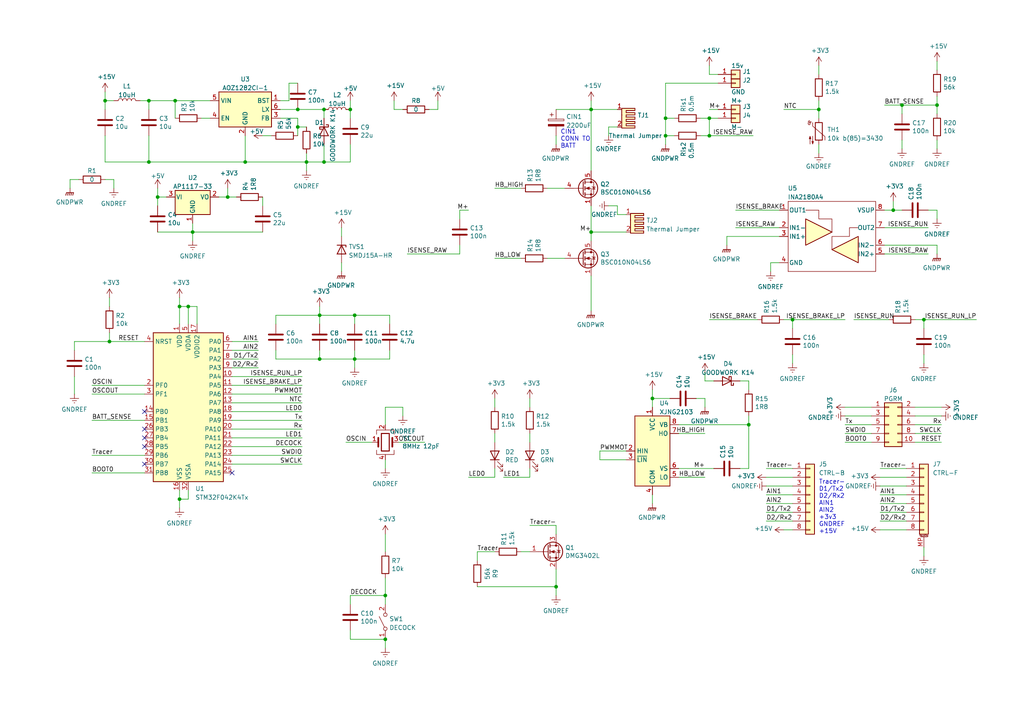
<source format=kicad_sch>
(kicad_sch (version 20211123) (generator eeschema)
  (paper "A4")
  (title_block (title "OpenEFCS Electronics v0.3") (date "2022-06-23") (rev "0.3") (comment 1 "reviewed by @programmargorp") (comment 2 "by @timchpi"))
  (junction (at 52.07 144.78))
  (junction (at 229.87 92.71))
  (junction (at 55.88 67.31))
  (junction (at 50.8 29.21))
  (junction (at 161.29 170.18))
  (junction (at 193.04 34.29))
  (junction (at 86.36 31.75))
  (junction (at 66.04 57.15))
  (junction (at 102.87 104.14))
  (junction (at 31.75 99.06))
  (junction (at 259.08 60.96))
  (junction (at 189.23 115.57))
  (junction (at 92.71 104.14))
  (junction (at 92.71 91.44))
  (junction (at 237.49 31.75))
  (junction (at 111.76 172.72))
  (junction (at 267.97 92.71))
  (junction (at 171.45 31.75))
  (junction (at 93.98 31.75))
  (junction (at 88.9 46.99))
  (junction (at 43.18 29.21))
  (junction (at 52.07 88.9))
  (junction (at 171.45 67.31))
  (junction (at 45.72 57.15))
  (junction (at 54.61 88.9))
  (junction (at 261.62 30.48))
  (junction (at 93.98 46.99))
  (junction (at 193.04 39.37))
  (junction (at 205.74 39.37))
  (junction (at 86.36 36.83))
  (junction (at 30.48 29.21))
  (junction (at 43.18 46.99))
  (junction (at 217.17 123.19))
  (junction (at 71.12 46.99))
  (junction (at 111.76 185.42))
  (junction (at 101.6 31.75))
  (junction (at 102.87 91.44))
  (junction (at 271.78 30.48))
  (junction (at 205.74 34.29))
  (no_connect (at 67.31 137.16))
  (no_connect (at 41.91 134.62))
  (no_connect (at 41.91 119.38))
  (no_connect (at 41.91 127))
  (no_connect (at 41.91 124.46))
  (no_connect (at 41.91 129.54))
  (wire (pts (xy 269.24 73.66) (xy 256.54 73.66)))
  (wire (pts (xy 205.74 31.75) (xy 208.28 31.75)))
  (wire (pts (xy 55.88 67.31) (xy 55.88 69.85)))
  (wire (pts (xy 255.27 146.05) (xy 262.89 146.05)))
  (wire (pts (xy 45.72 57.15) (xy 48.26 57.15)))
  (wire (pts (xy 252.73 128.27) (xy 245.11 128.27)))
  (wire (pts (xy 81.28 31.75) (xy 86.36 31.75)))
  (wire (pts (xy 247.65 92.71) (xy 257.81 92.71)))
  (wire (pts (xy 171.45 59.69) (xy 171.45 67.31)))
  (wire (pts (xy 205.74 39.37) (xy 218.44 39.37)))
  (wire (pts (xy 265.43 92.71) (xy 267.97 92.71)))
  (wire (pts (xy 67.31 104.14) (xy 74.93 104.14)))
  (wire (pts (xy 193.04 39.37) (xy 193.04 41.91)))
  (wire (pts (xy 67.31 124.46) (xy 87.63 124.46)))
  (wire (pts (xy 88.9 44.45) (xy 88.9 46.99)))
  (wire (pts (xy 271.78 30.48) (xy 271.78 33.02)))
  (wire (pts (xy 151.13 160.02) (xy 153.67 160.02)))
  (wire (pts (xy 196.85 135.89) (xy 207.01 135.89)))
  (wire (pts (xy 245.11 92.71) (xy 229.87 92.71)))
  (wire (pts (xy 229.87 105.41) (xy 229.87 102.87)))
  (wire (pts (xy 271.78 63.5) (xy 271.78 60.96)))
  (wire (pts (xy 171.45 29.21) (xy 171.45 31.75)))
  (wire (pts (xy 252.73 123.19) (xy 245.11 123.19)))
  (wire (pts (xy 111.76 167.64) (xy 111.76 172.72)))
  (wire (pts (xy 205.74 19.05) (xy 205.74 21.59)))
  (wire (pts (xy 237.49 19.05) (xy 237.49 21.59)))
  (wire (pts (xy 146.05 138.43) (xy 153.67 138.43)))
  (wire (pts (xy 222.25 151.13) (xy 229.87 151.13)))
  (wire (pts (xy 267.97 161.29) (xy 267.97 158.75)))
  (wire (pts (xy 138.43 160.02) (xy 143.51 160.02)))
  (wire (pts (xy 76.2 57.15) (xy 76.2 59.69)))
  (wire (pts (xy 26.67 114.3) (xy 41.91 114.3)))
  (wire (pts (xy 161.29 152.4) (xy 153.67 152.4)))
  (wire (pts (xy 40.64 29.21) (xy 43.18 29.21)))
  (wire (pts (xy 114.3 29.21) (xy 114.3 31.75)))
  (wire (pts (xy 116.84 120.65) (xy 116.84 118.11)))
  (wire (pts (xy 261.62 30.48) (xy 261.62 33.02)))
  (wire (pts (xy 92.71 104.14) (xy 92.71 101.6)))
  (wire (pts (xy 43.18 39.37) (xy 43.18 46.99)))
  (wire (pts (xy 179.07 59.69) (xy 176.53 59.69)))
  (wire (pts (xy 179.07 59.69) (xy 179.07 62.23)))
  (wire (pts (xy 259.08 60.96) (xy 256.54 60.96)))
  (wire (pts (xy 176.53 36.83) (xy 179.07 36.83)))
  (wire (pts (xy 26.67 137.16) (xy 41.91 137.16)))
  (wire (pts (xy 171.45 80.01) (xy 171.45 90.17)))
  (wire (pts (xy 101.6 172.72) (xy 111.76 172.72)))
  (wire (pts (xy 193.04 34.29) (xy 193.04 39.37)))
  (wire (pts (xy 43.18 46.99) (xy 71.12 46.99)))
  (wire (pts (xy 76.2 39.37) (xy 78.74 39.37)))
  (wire (pts (xy 67.31 111.76) (xy 87.63 111.76)))
  (wire (pts (xy 204.47 110.49) (xy 207.01 110.49)))
  (wire (pts (xy 86.36 36.83) (xy 88.9 36.83)))
  (wire (pts (xy 153.67 128.27) (xy 153.67 125.73)))
  (wire (pts (xy 31.75 86.36) (xy 31.75 88.9)))
  (wire (pts (xy 31.75 99.06) (xy 41.91 99.06)))
  (wire (pts (xy 111.76 154.94) (xy 111.76 160.02)))
  (wire (pts (xy 66.04 54.61) (xy 66.04 57.15)))
  (wire (pts (xy 245.11 125.73) (xy 252.73 125.73)))
  (wire (pts (xy 173.99 130.81) (xy 173.99 133.35)))
  (wire (pts (xy 111.76 118.11) (xy 111.76 123.19)))
  (wire (pts (xy 33.02 52.07) (xy 30.48 52.07)))
  (wire (pts (xy 205.74 34.29) (xy 205.74 39.37)))
  (wire (pts (xy 222.25 143.51) (xy 229.87 143.51)))
  (wire (pts (xy 21.59 109.22) (xy 21.59 114.3)))
  (wire (pts (xy 193.04 24.13) (xy 193.04 34.29)))
  (wire (pts (xy 67.31 114.3) (xy 87.63 114.3)))
  (wire (pts (xy 265.43 120.65) (xy 273.05 120.65)))
  (wire (pts (xy 143.51 128.27) (xy 143.51 125.73)))
  (wire (pts (xy 135.89 138.43) (xy 143.51 138.43)))
  (wire (pts (xy 222.25 138.43) (xy 229.87 138.43)))
  (wire (pts (xy 60.96 34.29) (xy 58.42 34.29)))
  (wire (pts (xy 92.71 88.9) (xy 92.71 91.44)))
  (wire (pts (xy 205.74 92.71) (xy 219.71 92.71)))
  (wire (pts (xy 86.36 39.37) (xy 86.36 36.83)))
  (wire (pts (xy 138.43 170.18) (xy 161.29 170.18)))
  (wire (pts (xy 245.11 120.65) (xy 252.73 120.65)))
  (wire (pts (xy 259.08 58.42) (xy 259.08 60.96)))
  (wire (pts (xy 189.23 115.57) (xy 189.23 118.11)))
  (wire (pts (xy 118.11 73.66) (xy 133.35 73.66)))
  (wire (pts (xy 217.17 123.19) (xy 217.17 135.89)))
  (wire (pts (xy 101.6 172.72) (xy 101.6 175.26)))
  (wire (pts (xy 217.17 123.19) (xy 196.85 123.19)))
  (wire (pts (xy 245.11 118.11) (xy 252.73 118.11)))
  (wire (pts (xy 193.04 34.29) (xy 195.58 34.29)))
  (wire (pts (xy 55.88 64.77) (xy 55.88 67.31)))
  (wire (pts (xy 114.3 31.75) (xy 116.84 31.75)))
  (wire (pts (xy 52.07 144.78) (xy 54.61 144.78)))
  (wire (pts (xy 43.18 29.21) (xy 50.8 29.21)))
  (wire (pts (xy 92.71 104.14) (xy 102.87 104.14)))
  (wire (pts (xy 63.5 57.15) (xy 66.04 57.15)))
  (wire (pts (xy 31.75 99.06) (xy 21.59 99.06)))
  (wire (pts (xy 143.51 74.93) (xy 151.13 74.93)))
  (wire (pts (xy 203.2 34.29) (xy 205.74 34.29)))
  (wire (pts (xy 158.75 74.93) (xy 163.83 74.93)))
  (wire (pts (xy 111.76 187.96) (xy 111.76 185.42)))
  (wire (pts (xy 208.28 24.13) (xy 193.04 24.13)))
  (wire (pts (xy 80.01 91.44) (xy 80.01 93.98)))
  (wire (pts (xy 222.25 148.59) (xy 229.87 148.59)))
  (wire (pts (xy 50.8 29.21) (xy 60.96 29.21)))
  (wire (pts (xy 52.07 88.9) (xy 52.07 93.98)))
  (wire (pts (xy 83.82 24.13) (xy 86.36 24.13)))
  (wire (pts (xy 271.78 71.12) (xy 271.78 73.66)))
  (wire (pts (xy 30.48 26.67) (xy 30.48 29.21)))
  (wire (pts (xy 102.87 101.6) (xy 102.87 104.14)))
  (wire (pts (xy 135.89 60.96) (xy 133.35 60.96)))
  (wire (pts (xy 83.82 29.21) (xy 83.82 24.13)))
  (wire (pts (xy 45.72 54.61) (xy 45.72 57.15)))
  (wire (pts (xy 267.97 105.41) (xy 267.97 102.87)))
  (wire (pts (xy 86.36 31.75) (xy 93.98 31.75)))
  (wire (pts (xy 30.48 29.21) (xy 30.48 31.75)))
  (wire (pts (xy 161.29 165.1) (xy 161.29 170.18)))
  (wire (pts (xy 189.23 115.57) (xy 194.31 115.57)))
  (wire (pts (xy 217.17 120.65) (xy 217.17 123.19)))
  (wire (pts (xy 67.31 109.22) (xy 87.63 109.22)))
  (wire (pts (xy 283.21 92.71) (xy 267.97 92.71)))
  (wire (pts (xy 255.27 153.67) (xy 262.89 153.67)))
  (wire (pts (xy 81.28 29.21) (xy 83.82 29.21)))
  (wire (pts (xy 67.31 132.08) (xy 87.63 132.08)))
  (wire (pts (xy 80.01 91.44) (xy 92.71 91.44)))
  (wire (pts (xy 54.61 142.24) (xy 54.61 144.78)))
  (wire (pts (xy 161.29 31.75) (xy 171.45 31.75)))
  (wire (pts (xy 93.98 46.99) (xy 101.6 46.99)))
  (wire (pts (xy 255.27 148.59) (xy 262.89 148.59)))
  (wire (pts (xy 255.27 135.89) (xy 262.89 135.89)))
  (wire (pts (xy 54.61 88.9) (xy 52.07 88.9)))
  (wire (pts (xy 267.97 95.25) (xy 267.97 92.71)))
  (wire (pts (xy 222.25 140.97) (xy 229.87 140.97)))
  (wire (pts (xy 102.87 91.44) (xy 92.71 91.44)))
  (wire (pts (xy 101.6 182.88) (xy 101.6 185.42)))
  (wire (pts (xy 92.71 91.44) (xy 92.71 93.98)))
  (wire (pts (xy 26.67 111.76) (xy 41.91 111.76)))
  (wire (pts (xy 88.9 46.99) (xy 93.98 46.99)))
  (wire (pts (xy 113.03 104.14) (xy 113.03 101.6)))
  (wire (pts (xy 124.46 31.75) (xy 127 31.75)))
  (wire (pts (xy 143.51 118.11) (xy 143.51 115.57)))
  (wire (pts (xy 189.23 143.51) (xy 189.23 146.05)))
  (wire (pts (xy 30.48 46.99) (xy 43.18 46.99)))
  (wire (pts (xy 52.07 86.36) (xy 52.07 88.9)))
  (wire (pts (xy 196.85 138.43) (xy 204.47 138.43)))
  (wire (pts (xy 171.45 31.75) (xy 171.45 49.53)))
  (wire (pts (xy 210.82 68.58) (xy 210.82 71.12)))
  (wire (pts (xy 133.35 73.66) (xy 133.35 71.12)))
  (wire (pts (xy 93.98 31.75) (xy 93.98 34.29)))
  (wire (pts (xy 173.99 133.35) (xy 181.61 133.35)))
  (wire (pts (xy 217.17 110.49) (xy 217.17 113.03)))
  (wire (pts (xy 143.51 138.43) (xy 143.51 135.89)))
  (wire (pts (xy 67.31 99.06) (xy 74.93 99.06)))
  (wire (pts (xy 133.35 60.96) (xy 133.35 63.5)))
  (wire (pts (xy 88.9 46.99) (xy 88.9 49.53)))
  (wire (pts (xy 113.03 93.98) (xy 113.03 91.44)))
  (wire (pts (xy 256.54 66.04) (xy 269.24 66.04)))
  (wire (pts (xy 271.78 43.18) (xy 271.78 40.64)))
  (wire (pts (xy 57.15 93.98) (xy 57.15 88.9)))
  (wire (pts (xy 101.6 41.91) (xy 101.6 46.99)))
  (wire (pts (xy 101.6 29.21) (xy 101.6 31.75)))
  (wire (pts (xy 99.06 66.04) (xy 99.06 68.58)))
  (wire (pts (xy 67.31 127) (xy 87.63 127)))
  (wire (pts (xy 204.47 118.11) (xy 204.47 115.57)))
  (wire (pts (xy 255.27 140.97) (xy 262.89 140.97)))
  (wire (pts (xy 255.27 143.51) (xy 262.89 143.51)))
  (wire (pts (xy 222.25 135.89) (xy 229.87 135.89)))
  (wire (pts (xy 161.29 41.91) (xy 161.29 39.37)))
  (wire (pts (xy 54.61 88.9) (xy 54.61 93.98)))
  (wire (pts (xy 265.43 125.73) (xy 273.05 125.73)))
  (wire (pts (xy 127 31.75) (xy 127 29.21)))
  (wire (pts (xy 153.67 118.11) (xy 153.67 115.57)))
  (wire (pts (xy 86.36 34.29) (xy 86.36 36.83)))
  (wire (pts (xy 223.52 76.2) (xy 223.52 78.74)))
  (wire (pts (xy 161.29 154.94) (xy 161.29 152.4)))
  (wire (pts (xy 41.91 132.08) (xy 26.67 132.08)))
  (wire (pts (xy 173.99 130.81) (xy 181.61 130.81)))
  (wire (pts (xy 204.47 107.95) (xy 204.47 110.49)))
  (wire (pts (xy 101.6 31.75) (xy 101.6 34.29)))
  (wire (pts (xy 138.43 160.02) (xy 138.43 162.56)))
  (wire (pts (xy 256.54 71.12) (xy 271.78 71.12)))
  (wire (pts (xy 179.07 62.23) (xy 181.61 62.23)))
  (wire (pts (xy 227.33 31.75) (xy 237.49 31.75)))
  (wire (pts (xy 71.12 39.37) (xy 71.12 46.99)))
  (wire (pts (xy 227.33 153.67) (xy 229.87 153.67)))
  (wire (pts (xy 265.43 128.27) (xy 273.05 128.27)))
  (wire (pts (xy 271.78 20.32) (xy 271.78 17.78)))
  (wire (pts (xy 81.28 34.29) (xy 86.36 34.29)))
  (wire (pts (xy 67.31 121.92) (xy 87.63 121.92)))
  (wire (pts (xy 50.8 29.21) (xy 50.8 34.29)))
  (wire (pts (xy 67.31 119.38) (xy 87.63 119.38)))
  (wire (pts (xy 99.06 76.2) (xy 99.06 78.74)))
  (wire (pts (xy 205.74 34.29) (xy 208.28 34.29)))
  (wire (pts (xy 203.2 39.37) (xy 205.74 39.37)))
  (wire (pts (xy 176.53 39.37) (xy 176.53 36.83)))
  (wire (pts (xy 55.88 67.31) (xy 76.2 67.31)))
  (wire (pts (xy 271.78 60.96) (xy 269.24 60.96)))
  (wire (pts (xy 111.76 135.89) (xy 111.76 133.35)))
  (wire (pts (xy 158.75 54.61) (xy 163.83 54.61)))
  (wire (pts (xy 237.49 41.91) (xy 237.49 44.45)))
  (wire (pts (xy 93.98 41.91) (xy 93.98 46.99)))
  (wire (pts (xy 102.87 93.98) (xy 102.87 91.44)))
  (wire (pts (xy 31.75 99.06) (xy 31.75 96.52)))
  (wire (pts (xy 161.29 170.18) (xy 161.29 172.72)))
  (wire (pts (xy 33.02 54.61) (xy 33.02 52.07)))
  (wire (pts (xy 256.54 30.48) (xy 261.62 30.48)))
  (wire (pts (xy 21.59 99.06) (xy 21.59 101.6)))
  (wire (pts (xy 111.76 172.72) (xy 111.76 175.26)))
  (wire (pts (xy 205.74 21.59) (xy 208.28 21.59)))
  (wire (pts (xy 213.36 60.96) (xy 226.06 60.96)))
  (wire (pts (xy 217.17 135.89) (xy 214.63 135.89)))
  (wire (pts (xy 255.27 151.13) (xy 262.89 151.13)))
  (wire (pts (xy 71.12 46.99) (xy 88.9 46.99)))
  (wire (pts (xy 20.32 52.07) (xy 20.32 54.61)))
  (wire (pts (xy 237.49 31.75) (xy 237.49 34.29)))
  (wire (pts (xy 210.82 68.58) (xy 226.06 68.58)))
  (wire (pts (xy 265.43 118.11) (xy 273.05 118.11)))
  (wire (pts (xy 45.72 67.31) (xy 55.88 67.31)))
  (wire (pts (xy 143.51 54.61) (xy 151.13 54.61)))
  (wire (pts (xy 261.62 30.48) (xy 271.78 30.48)))
  (wire (pts (xy 52.07 144.78) (xy 52.07 147.32)))
  (wire (pts (xy 204.47 125.73) (xy 196.85 125.73)))
  (wire (pts (xy 261.62 40.64) (xy 261.62 43.18)))
  (wire (pts (xy 67.31 101.6) (xy 74.93 101.6)))
  (wire (pts (xy 273.05 123.19) (xy 265.43 123.19)))
  (wire (pts (xy 259.08 60.96) (xy 261.62 60.96)))
  (wire (pts (xy 271.78 27.94) (xy 271.78 30.48)))
  (wire (pts (xy 80.01 101.6) (xy 80.01 104.14)))
  (wire (pts (xy 26.67 121.92) (xy 41.91 121.92)))
  (wire (pts (xy 101.6 185.42) (xy 111.76 185.42)))
  (wire (pts (xy 214.63 110.49) (xy 217.17 110.49)))
  (wire (pts (xy 229.87 95.25) (xy 229.87 92.71)))
  (wire (pts (xy 213.36 66.04) (xy 226.06 66.04)))
  (wire (pts (xy 222.25 146.05) (xy 229.87 146.05)))
  (wire (pts (xy 22.86 52.07) (xy 20.32 52.07)))
  (wire (pts (xy 227.33 92.71) (xy 229.87 92.71)))
  (wire (pts (xy 67.31 129.54) (xy 87.63 129.54)))
  (wire (pts (xy 116.84 118.11) (xy 111.76 118.11)))
  (wire (pts (xy 100.33 128.27) (xy 107.95 128.27)))
  (wire (pts (xy 115.57 128.27) (xy 123.19 128.27)))
  (wire (pts (xy 237.49 29.21) (xy 237.49 31.75)))
  (wire (pts (xy 204.47 115.57) (xy 201.93 115.57)))
  (wire (pts (xy 66.04 57.15) (xy 68.58 57.15)))
  (wire (pts (xy 67.31 134.62) (xy 87.63 134.62)))
  (wire (pts (xy 67.31 116.84) (xy 87.63 116.84)))
  (wire (pts (xy 153.67 138.43) (xy 153.67 135.89)))
  (wire (pts (xy 113.03 91.44) (xy 102.87 91.44)))
  (wire (pts (xy 45.72 57.15) (xy 45.72 59.69)))
  (wire (pts (xy 80.01 104.14) (xy 92.71 104.14)))
  (wire (pts (xy 57.15 88.9) (xy 54.61 88.9)))
  (wire (pts (xy 171.45 67.31) (xy 181.61 67.31)))
  (wire (pts (xy 171.45 69.85) (xy 171.45 67.31)))
  (wire (pts (xy 52.07 142.24) (xy 52.07 144.78)))
  (wire (pts (xy 193.04 39.37) (xy 195.58 39.37)))
  (wire (pts (xy 255.27 138.43) (xy 262.89 138.43)))
  (wire (pts (xy 226.06 76.2) (xy 223.52 76.2)))
  (wire (pts (xy 67.31 106.68) (xy 74.93 106.68)))
  (wire (pts (xy 43.18 29.21) (xy 43.18 31.75)))
  (wire (pts (xy 102.87 104.14) (xy 113.03 104.14)))
  (wire (pts (xy 171.45 31.75) (xy 179.07 31.75)))
  (wire (pts (xy 102.87 106.68) (xy 102.87 104.14)))
  (wire (pts (xy 30.48 46.99) (xy 30.48 39.37)))
  (wire (pts (xy 33.02 29.21) (xy 30.48 29.21)))
  (wire (pts (xy 189.23 113.03) (xy 189.23 115.57)))
  (text "Tracer-\nD1/Tx2\nD2/Rx2\nAIN1\nAIN2\n+3v3\nGNDREF\n+15V" (at 237.49 154.94 0) (effects (font (size 1.27 1.27)) (justify left bottom)))
  (text "CIN1\nCONN TO\nBATT" (at 162.56 43.18 0) (effects (font (size 1.27 1.27)) (justify left bottom)))
  (label "RESET" (at 34.29 99.06 0))
  (label "ISENSE_RUN" (at 269.24 66.04 180))
  (label "OSCOUT" (at 26.67 114.3 0))
  (label "BATT_SENSE" (at 26.67 121.92 0))
  (label "D1{slash}Tx2" (at 222.25 148.59 0))
  (label "ISENSE_BRAKE" (at 205.74 92.71 0))
  (label "SWDIO" (at 245.11 125.73 0))
  (label "M+" (at 205.74 31.75 0))
  (label "HB_HIGH" (at 143.51 54.61 0))
  (label "D2{slash}Rx2" (at 255.27 151.13 0))
  (label "PWMMOT" (at 87.63 114.3 180))
  (label "D2{slash}Rx2" (at 222.25 151.13 0))
  (label "LED0" (at 87.63 119.38 180))
  (label "Tracer" (at 138.43 160.02 0))
  (label "OSCIN" (at 100.33 128.27 0))
  (label "D1{slash}Tx2" (at 74.93 104.14 180))
  (label "Tracer-" (at 153.67 152.4 0))
  (label "AIN2" (at 74.93 101.6 180))
  (label "AIN2" (at 222.25 146.05 0))
  (label "SWCLK" (at 273.05 125.73 180))
  (label "AIN1" (at 255.27 143.51 0))
  (label "Tracer-" (at 255.27 135.89 0))
  (label "BOOT0" (at 26.67 137.16 0))
  (label "OSCOUT" (at 123.19 128.27 180))
  (label "ISENSE_RUN" (at 247.65 92.71 0))
  (label "Rx" (at 87.63 124.46 180))
  (label "ISENSE_RAW" (at 269.24 73.66 180))
  (label "ISENSE_BRAKE_LP" (at 87.63 111.76 180))
  (label "Tx" (at 245.11 123.19 0))
  (label "ISENSE_RAW" (at 218.44 39.37 180))
  (label "ISENSE_RUN_LP" (at 87.63 109.22 180))
  (label "SWCLK" (at 87.63 134.62 180))
  (label "ISENSE_BRAKE" (at 213.36 60.96 0))
  (label "BOOT0" (at 245.11 128.27 0))
  (label "M+" (at 204.47 135.89 180))
  (label "AIN1" (at 222.25 143.51 0))
  (label "RESET" (at 273.05 128.27 180))
  (label "Tracer-" (at 222.25 135.89 0))
  (label "ISENSE_RAW" (at 118.11 73.66 0))
  (label "ISENSE_BRAKE_LP" (at 245.11 92.71 180))
  (label "OSCIN" (at 26.67 111.76 0))
  (label "SWDIO" (at 87.63 132.08 180))
  (label "LED1" (at 87.63 127 180))
  (label "BATT_SENSE" (at 256.54 30.48 0))
  (label "D2{slash}Rx2" (at 74.93 106.68 180))
  (label "D1{slash}Tx2" (at 255.27 148.59 0))
  (label "Tracer" (at 26.67 132.08 0))
  (label "NTC" (at 227.33 31.75 0))
  (label "ISENSE_RAW" (at 213.36 66.04 0))
  (label "Rx" (at 273.05 123.19 180))
  (label "LED0" (at 135.89 138.43 0))
  (label "NTC" (at 87.63 116.84 180))
  (label "HB_LOW" (at 143.51 74.93 0))
  (label "PWMMOT" (at 173.99 130.81 0))
  (label "Tx" (at 87.63 121.92 180))
  (label "HB_HIGH" (at 204.47 125.73 180))
  (label "M+" (at 135.89 60.96 180))
  (label "DECOCK" (at 87.63 129.54 180))
  (label "M+" (at 171.45 67.31 180))
  (label "AIN2" (at 255.27 146.05 0))
  (label "DECOCK" (at 101.6 172.72 0))
  (label "LED1" (at 146.05 138.43 0))
  (label "AIN1" (at 74.93 99.06 180))
  (label "ISENSE_RUN_LP" (at 283.21 92.71 180))
  (label "HB_LOW" (at 204.47 138.43 180))
  (symbol (lib_id "Transistor_FET:BSC026N08NS5") (at 168.91 54.61 0) (unit 1)
    (property "Reference" "Q2" (at 174.0916 53.4416 0) (effects (justify left)))
    (property "Value" "BSC010N04LS6" (at 174.0916 55.753 0) (effects (justify left)))
    (property "Footprint" "Package_TO_SOT_SMD:TDSON-8-1" (effects hide))
    (property "Datasheet" "https://www.infineon.com/dgdl/Infineon-BSC010N04LS6-DS-v02_00-EN.pdf?fileId=5546d462689a790c0168bd076e184818" (effects hide))
  )
  (symbol (lib_id "power:+15V") (at 171.45 29.21 0) (unit 1)
    (property "Reference" "#PWR028" (effects hide))
    (property "Value" "+15V" (at 171.831 24.8158 0))
  )
  (symbol (lib_id "power:+15V") (at 205.74 19.05 0) (unit 1)
    (property "Reference" "#PWR037" (effects hide))
    (property "Value" "+15V" (at 206.121 14.6558 0))
  )
  (symbol (lib_id "Transistor_FET:DMG3402L") (at 158.75 160.02 0) (unit 1)
    (property "Reference" "Q1" (at 163.9316 158.8516 0) (effects (justify left)))
    (property "Value" "DMG3402L" (at 163.9316 161.163 0) (effects (justify left)))
    (property "Footprint" "Package_TO_SOT_SMD:SOT-23" (effects hide))
    (property "Datasheet" "http://www.diodes.com/assets/Datasheets/DMG3402L.pdf" (effects hide))
  )
  (symbol (lib_id "power:+15V") (at 271.78 17.78 0) (unit 1)
    (property "Reference" "#PWR055" (effects hide))
    (property "Value" "+15V" (at 272.161 13.3858 0))
  )
  (symbol (lib_id "Device:R") (at 271.78 24.13 180) (unit 1)
    (property "Reference" "R19" (at 273.558 22.9616 0) (effects (justify right)))
    (property "Value" "56k" (at 273.558 25.273 0) (effects (justify right)))
    (property "Footprint" "Resistor_SMD:R_0402_1005Metric" (effects hide))
  )
  (symbol (lib_id "Device:R") (at 271.78 36.83 180) (unit 1)
    (property "Reference" "R20" (at 273.558 35.6616 0) (effects (justify right)))
    (property "Value" "10k" (at 273.558 37.973 0) (effects (justify right)))
    (property "Footprint" "Resistor_SMD:R_0402_1005Metric" (effects hide))
  )
  (symbol (lib_id "Device:R") (at 31.75 92.71 180) (unit 1)
    (property "Reference" "R2" (at 33.528 91.5416 0) (effects (justify right)))
    (property "Value" "10k" (at 33.528 93.853 0) (effects (justify right)))
    (property "Footprint" "Resistor_SMD:R_0402_1005Metric" (effects hide))
  )
  (symbol (lib_id "power:+3V3") (at 31.75 86.36 0) (unit 1)
    (property "Reference" "#PWR04" (effects hide))
    (property "Value" "+3V3" (at 32.131 81.9658 0))
  )
  (symbol (lib_id "power:+3V3") (at 52.07 86.36 0) (unit 1)
    (property "Reference" "#PWR07" (effects hide))
    (property "Value" "+3V3" (at 52.451 81.9658 0))
  )
  (symbol (lib_id "Device:C") (at 80.01 97.79 0) (unit 1)
    (property "Reference" "C6" (at 82.931 96.6216 0) (effects (justify left)))
    (property "Value" "100n" (at 82.931 98.933 0) (effects (justify left)))
    (property "Footprint" "Capacitor_SMD:C_0402_1005Metric" (effects hide))
  )
  (symbol (lib_id "Device:C") (at 92.71 97.79 0) (unit 1)
    (property "Reference" "C8" (at 95.631 96.6216 0) (effects (justify left)))
    (property "Value" "100n" (at 95.631 98.933 0) (effects (justify left)))
    (property "Footprint" "Capacitor_SMD:C_0402_1005Metric" (effects hide))
  )
  (symbol (lib_id "Device:LED") (at 143.51 132.08 90) (unit 1)
    (property "Reference" "D2" (at 146.5072 131.0894 90) (effects (justify right)))
    (property "Value" "RED" (at 146.5072 133.4008 90) (effects (justify right)))
    (property "Footprint" "LED_SMD:LED_0603_1608Metric" (effects hide))
  )
  (symbol (lib_id "Device:LED") (at 153.67 132.08 90) (unit 1)
    (property "Reference" "D3" (at 156.6672 131.0894 90) (effects (justify right)))
    (property "Value" "GRN" (at 156.6672 133.4008 90) (effects (justify right)))
    (property "Footprint" "LED_SMD:LED_0603_1608Metric" (effects hide))
  )
  (symbol (lib_id "power:+3V3") (at 153.67 115.57 0) (unit 1)
    (property "Reference" "#PWR025" (effects hide))
    (property "Value" "+3V3" (at 154.051 111.1758 0))
  )
  (symbol (lib_id "power:+3V3") (at 143.51 115.57 0) (unit 1)
    (property "Reference" "#PWR024" (effects hide))
    (property "Value" "+3V3" (at 143.891 111.1758 0))
  )
  (symbol (lib_id "power:+3V3") (at 273.05 118.11 270) (unit 1)
    (property "Reference" "#PWR059" (effects hide))
    (property "Value" "+3V3" (at 277.4442 118.491 0))
  )
  (symbol (lib_id "Device:Crystal_GND24") (at 111.76 128.27 0) (unit 1)
    (property "Reference" "Y1" (at 116.6876 127.1016 0) (effects (justify left)))
    (property "Value" "8MHz 12pF" (at 116.6876 129.413 0) (effects (justify left)))
    (property "Footprint" "Crystal:Crystal_SMD_3225-4Pin_3.2x2.5mm" (effects hide))
  )
  (symbol (lib_id "Device:C") (at 86.36 27.94 0) (unit 1)
    (property "Reference" "C7" (at 89.281 26.7716 0) (effects (justify left)))
    (property "Value" "100n" (at 89.281 29.083 0) (effects (justify left)))
    (property "Footprint" "Capacitor_SMD:C_0402_1005Metric" (effects hide))
  )
  (symbol (lib_id "power:+5V") (at 45.72 54.61 0) (unit 1)
    (property "Reference" "#PWR06" (effects hide))
    (property "Value" "+5V" (at 45.72 51.0342 0))
  )
  (symbol (lib_id "power:GNDREF") (at 88.9 49.53 0) (unit 1)
    (property "Reference" "#PWR012" (effects hide))
    (property "Value" "GNDREF" (at 88.9 53.9734 0))
  )
  (symbol (lib_id "Device:C") (at 113.03 97.79 0) (unit 1)
    (property "Reference" "C12" (at 115.951 96.6216 0) (effects (justify left)))
    (property "Value" "4.7u" (at 115.951 98.933 0) (effects (justify left)))
    (property "Footprint" "Capacitor_SMD:C_0402_1005Metric" (effects hide))
  )
  (symbol (lib_id "Regulator_Linear:AP1117-33") (at 55.88 57.15 0) (unit 1)
    (property "Reference" "U2" (at 55.88 51.5452 0))
    (property "Value" "AP1117-33" (at 55.88 54.0821 0))
    (property "Footprint" "Package_TO_SOT_SMD:SOT-223-3_TabPin2" (effects hide))
    (property "Datasheet" "http://www.diodes.com/datasheets/AP1117.pdf" (effects hide))
  )
  (symbol (lib_id "Device:Thermistor_NTC") (at 237.49 38.1 0) (unit 1)
    (property "Reference" "TH1" (at 239.903 37.5828 0) (effects (justify left)))
    (property "Value" "10k b(85)=3430" (at 239.903 40.1197 0) (effects (justify left)))
    (property "Footprint" "Resistor_SMD:R_0603_1608Metric" (effects hide))
  )
  (symbol (lib_id "power:+3V3") (at 245.11 118.11 90) (unit 1)
    (property "Reference" "#PWR046" (effects hide))
    (property "Value" "+3V3" (at 240.7158 117.729 0))
  )
  (symbol (lib_id "power:GNDPWR") (at 20.32 54.61 0) (unit 1)
    (property "Reference" "#PWR01" (effects hide))
    (property "Value" "GNDPWR" (at 20.193 58.647 0))
  )
  (symbol (lib_id "Device:R") (at 111.76 163.83 180) (unit 1)
    (property "Reference" "R7" (at 113.538 162.6616 0) (effects (justify right)))
    (property "Value" "10k" (at 113.538 164.973 0) (effects (justify right)))
    (property "Footprint" "Resistor_SMD:R_0402_1005Metric" (effects hide))
  )
  (symbol (lib_id "Device:R") (at 199.39 39.37 90) (mirror x) (unit 1)
    (property "Reference" "Ris2" (at 198.2216 41.148 0) (effects (justify left)))
    (property "Value" "0.5m" (at 200.533 41.148 0) (effects (justify left)))
    (property "Footprint" "Resistor_SMD:R_1206_3216Metric" (effects hide))
  )
  (symbol (lib_id "power:GNDREF") (at 267.97 105.41 0) (unit 1)
    (property "Reference" "#PWR053" (effects hide))
    (property "Value" "GNDREF" (at 267.97 109.8534 0))
  )
  (symbol (lib_id "Device:C") (at 76.2 63.5 0) (unit 1)
    (property "Reference" "C5" (at 79.121 62.3316 0) (effects (justify left)))
    (property "Value" "22u" (at 79.121 64.643 0) (effects (justify left)))
    (property "Footprint" "Capacitor_SMD:C_0603_1608Metric" (effects hide))
  )
  (symbol (lib_id "Device:R") (at 138.43 166.37 0) (mirror x) (unit 1)
    (property "Reference" "R9" (at 143.6878 166.37 90))
    (property "Value" "56k" (at 141.3764 166.37 90))
    (property "Footprint" "Resistor_SMD:R_0402_1005Metric" (effects hide))
  )
  (symbol (lib_id "power:GNDREF") (at 271.78 63.5 0) (unit 1)
    (property "Reference" "#PWR057" (effects hide))
    (property "Value" "GNDREF" (at 271.78 67.9434 0))
  )
  (symbol (lib_id "power:GNDREF") (at 261.62 43.18 0) (unit 1)
    (property "Reference" "#PWR052" (effects hide))
    (property "Value" "GNDREF" (at 261.62 47.6234 0))
  )
  (symbol (lib_id "Device:R") (at 237.49 25.4 180) (unit 1)
    (property "Reference" "R17" (at 239.268 24.2316 0) (effects (justify right)))
    (property "Value" "1.5k" (at 239.268 26.543 0) (effects (justify right)))
    (property "Footprint" "Resistor_SMD:R_0402_1005Metric" (effects hide))
  )
  (symbol (lib_id "Device:R") (at 261.62 92.71 270) (unit 1)
    (property "Reference" "R18" (at 260.4516 90.932 0) (effects (justify right)))
    (property "Value" "1.5k" (at 262.763 90.932 0) (effects (justify right)))
    (property "Footprint" "Resistor_SMD:R_0402_1005Metric" (effects hide))
  )
  (symbol (lib_id "Device:R") (at 154.94 54.61 270) (unit 1)
    (property "Reference" "R13" (at 153.7716 52.832 0) (effects (justify right)))
    (property "Value" "1R8" (at 156.083 52.832 0) (effects (justify right)))
    (property "Footprint" "Resistor_SMD:R_0603_1608Metric" (effects hide))
  )
  (symbol (lib_id "Connector_Generic_MountingPin:Conn_01x08_MountingPin") (at 267.97 143.51 0) (unit 1)
    (property "Reference" "J7" (at 270.51 134.62 0) (effects (justify left)))
    (property "Value" "CTRL-F" (at 270.51 137.16 0) (effects (justify left)))
    (property "Footprint" "Connector_JST:JST_GH_BM08B-GHS-TBT_1x08-1MP_P1.25mm_Vertical" (effects hide))
  )
  (symbol (lib_id "Device:R") (at 217.17 116.84 180) (unit 1)
    (property "Reference" "R15" (at 218.948 115.6716 0) (effects (justify right)))
    (property "Value" "1R8" (at 218.948 117.983 0) (effects (justify right)))
    (property "Footprint" "Resistor_SMD:R_0603_1608Metric" (effects hide))
  )
  (symbol (lib_id "Connector_Generic:Conn_01x01") (at 213.36 34.29 0) (unit 1)
    (property "Reference" "J4" (at 215.392 33.4553 0) (effects (justify left)))
    (property "Value" "M-" (at 212.09 36.83 0) (effects (justify left)))
    (property "Footprint" "Connector_Wire:SolderWirePad_1x01_SMD_1x2mm" (effects hide))
  )
  (symbol (lib_id "power:+15V") (at 255.27 153.67 90) (unit 1)
    (property "Reference" "#PWR050" (effects hide))
    (property "Value" "+15V" (at 252.0188 153.289 90) (effects (justify left)))
  )
  (symbol (lib_id "power:GNDREF") (at 223.52 78.74 0) (unit 1)
    (property "Reference" "#PWR041" (effects hide))
    (property "Value" "GNDREF" (at 223.52 83.1834 0))
  )
  (symbol (lib_id "Regulator_Switching:AOZ1282CI-1") (at 71.12 31.75 0) (unit 1)
    (property "Reference" "U3" (at 71.12 22.9702 0))
    (property "Value" "AOZ1282CI-1" (at 71.12 25.5071 0))
    (property "Footprint" "Package_TO_SOT_SMD:SOT-23-6" (effects hide))
    (property "Datasheet" "http://www.aosmd.com/res/data_sheets/AOZ1282CI-1.pdf" (effects hide))
  )
  (symbol (lib_id "Device:R") (at 120.65 31.75 270) (unit 1)
    (property "Reference" "R8" (at 120.65 29.21 90))
    (property "Value" "0" (at 120.65 31.75 90))
    (property "Footprint" "Resistor_SMD:R_0603_1608Metric" (effects hide))
  )
  (symbol (lib_id "power:GNDPWR") (at 171.45 90.17 0) (unit 1)
    (property "Reference" "#PWR029" (effects hide))
    (property "Value" "GNDPWR" (at 171.323 94.207 0))
  )
  (symbol (lib_id "power:+15V") (at 99.06 66.04 0) (unit 1)
    (property "Reference" "#PWR014" (effects hide))
    (property "Value" "+15V" (at 99.441 61.6458 0))
  )
  (symbol (lib_id "power:+3V3") (at 92.71 88.9 0) (unit 1)
    (property "Reference" "#PWR013" (effects hide))
    (property "Value" "+3V3" (at 93.091 84.5058 0))
  )
  (symbol (lib_id "power:GNDPWR") (at 210.82 71.12 0) (unit 1)
    (property "Reference" "#PWR038" (effects hide))
    (property "Value" "GNDPWR" (at 210.693 75.157 0))
  )
  (symbol (lib_id "Diode:MBR0530") (at 210.82 110.49 180) (unit 1)
    (property "Reference" "D4" (at 211.1375 105.5202 0))
    (property "Value" "GOODWORK K14" (at 211.1375 108.0571 0))
    (property "Footprint" "Diode_SMD:D_SOD-123" (effects hide))
    (property "Datasheet" "https://datasheet.lcsc.com/lcsc/2012311737_GOODWORK-K14_C908662.pdf" (effects hide))
  )
  (symbol (lib_id "Device:C") (at 265.43 60.96 90) (unit 1)
    (property "Reference" "C18" (at 264.2616 58.039 0) (effects (justify left)))
    (property "Value" "100n" (at 266.573 58.039 0) (effects (justify left)))
    (property "Footprint" "Capacitor_SMD:C_0402_1005Metric" (effects hide))
  )
  (symbol (lib_id "power:+15V") (at 30.48 26.67 0) (unit 1)
    (property "Reference" "#PWR03" (effects hide))
    (property "Value" "+15V" (at 30.861 22.2758 0))
  )
  (symbol (lib_id "Connector_Generic:Conn_02x05_Odd_Even") (at 257.81 123.19 0) (unit 1)
    (property "Reference" "J6" (at 259.08 113.1402 0))
    (property "Value" "PGRM" (at 259.08 115.6771 0))
    (property "Footprint" "Connector_PinHeader_2.54mm:PinHeader_2x05_P2.54mm_Vertical" (effects hide))
  )
  (symbol (lib_id "Device:C") (at 267.97 99.06 0) (unit 1)
    (property "Reference" "C19" (at 270.891 97.8916 0) (effects (justify left)))
    (property "Value" "100n" (at 270.891 100.203 0) (effects (justify left)))
    (property "Footprint" "Capacitor_SMD:C_0402_1005Metric" (effects hide))
  )
  (symbol (lib_id "MCU_ST_STM32F0:STM32F042K4Tx") (at 54.61 116.84 0) (unit 1)
    (property "Reference" "U1" (at 56.6294 141.7304 0) (effects (justify left)))
    (property "Value" "STM32F042K4Tx" (at 56.6294 144.2673 0) (effects (justify left)))
    (property "Footprint" "Package_QFP:LQFP-32_7x7mm_P0.8mm" (effects hide))
    (property "Datasheet" "http://www.st.com/st-web-ui/static/active/en/resource/technical/document/datasheet/DM00105814.pdf" (effects hide))
  )
  (symbol (lib_id "power:GNDPWR") (at 271.78 73.66 0) (unit 1)
    (property "Reference" "#PWR058" (effects hide))
    (property "Value" "GNDPWR" (at 271.653 77.697 0))
  )
  (symbol (lib_id "power:+3V3") (at 255.27 138.43 90) (unit 1)
    (property "Reference" "#PWR048" (effects hide))
    (property "Value" "+3V3" (at 252.0188 138.049 90) (effects (justify left)))
  )
  (symbol (lib_id "Mechanical:Heatsink_Pad_2Pin") (at 181.61 34.29 270) (unit 1)
    (property "Reference" "TJ1" (at 184.912 33.4426 90) (effects (justify left)))
    (property "Value" "Thermal Jumper" (at 176.53 39.37 90) (effects (justify left)))
    (property "Footprint" "Resistor_SMD:R_1206_3216Metric" (effects hide))
  )
  (symbol (lib_id "power:GNDREF") (at 111.76 187.96 0) (mirror y) (unit 1)
    (property "Reference" "#PWR020" (effects hide))
    (property "Value" "GNDREF" (at 111.76 192.4034 0))
  )
  (symbol (lib_id "Connector_Generic:Conn_01x01") (at 213.36 24.13 0) (unit 1)
    (property "Reference" "J2" (at 215.392 23.2953 0) (effects (justify left)))
    (property "Value" "GND" (at 212.09 26.67 0) (effects (justify left)))
    (property "Footprint" "Connector_Wire:SolderWirePad_1x01_SMD_1x2mm" (effects hide))
  )
  (symbol (lib_id "Mechanical:Heatsink_Pad_2Pin") (at 184.15 64.77 270) (unit 1)
    (property "Reference" "TJ2" (at 187.452 63.9226 90) (effects (justify left)))
    (property "Value" "Thermal Jumper" (at 187.452 66.4595 90) (effects (justify left)))
    (property "Footprint" "Resistor_SMD:R_1206_3216Metric" (effects hide))
  )
  (symbol (lib_id "power:GNDREF") (at 161.29 172.72 0) (unit 1)
    (property "Reference" "#PWR027" (effects hide))
    (property "Value" "GNDREF" (at 161.29 177.1634 0))
  )
  (symbol (lib_id "power:GNDREF") (at 255.27 140.97 270) (unit 1)
    (property "Reference" "#PWR049" (effects hide))
    (property "Value" "GNDREF" (at 245.11 140.97 90) (effects (justify left)))
  )
  (symbol (lib_id "power:+5V") (at 76.2 39.37 90) (unit 1)
    (property "Reference" "#PWR011" (effects hide))
    (property "Value" "+5V" (at 72.39 38.1 90) (effects (justify right)))
  )
  (symbol (lib_id "power:GNDREF") (at 102.87 106.68 0) (unit 1)
    (property "Reference" "#PWR017" (effects hide))
    (property "Value" "GNDREF" (at 102.87 111.1234 0))
  )
  (symbol (lib_id "Device:R") (at 82.55 39.37 270) (unit 1)
    (property "Reference" "R5" (at 81.3816 37.592 0) (effects (justify right)))
    (property "Value" "56k" (at 83.693 37.592 0) (effects (justify right)))
    (property "Footprint" "Resistor_SMD:R_0402_1005Metric" (effects hide))
  )
  (symbol (lib_id "power:+15V") (at 227.33 153.67 90) (unit 1)
    (property "Reference" "#PWR042" (effects hide))
    (property "Value" "+15V" (at 224.0788 153.289 90) (effects (justify left)))
  )
  (symbol (lib_id "Connector_Generic:Conn_01x01") (at 213.36 21.59 0) (unit 1)
    (property "Reference" "J1" (at 215.392 20.7553 0) (effects (justify left)))
    (property "Value" "15v" (at 212.09 19.05 0) (effects (justify left)))
    (property "Footprint" "Connector_Wire:SolderWirePad_1x01_SMD_1x2mm" (effects hide))
  )
  (symbol (lib_id "power:GNDPWR") (at 161.29 41.91 0) (unit 1)
    (property "Reference" "#PWR026" (effects hide))
    (property "Value" "GNDPWR" (at 161.163 45.947 0))
  )
  (symbol (lib_id "Connector_Generic:Conn_01x01") (at 213.36 31.75 0) (unit 1)
    (property "Reference" "J3" (at 215.392 30.9153 0) (effects (justify left)))
    (property "Value" "M+" (at 212.09 29.21 0) (effects (justify left)))
    (property "Footprint" "Connector_Wire:SolderWirePad_1x01_SMD_1x2mm" (effects hide))
  )
  (symbol (lib_id "power:+15V") (at 114.3 29.21 0) (unit 1)
    (property "Reference" "#PWR021" (effects hide))
    (property "Value" "+15V" (at 114.681 24.8158 0))
  )
  (symbol (lib_id "power:+3V3") (at 259.08 58.42 0) (unit 1)
    (property "Reference" "#PWR051" (effects hide))
    (property "Value" "+3V3" (at 259.461 54.0258 0))
  )
  (symbol (lib_id "Connector_Generic:Conn_01x08") (at 234.95 143.51 0) (unit 1)
    (property "Reference" "J5" (at 237.49 134.62 0) (effects (justify left)))
    (property "Value" "CTRL-B" (at 237.49 137.16 0) (effects (justify left)))
    (property "Footprint" "Connector_PinHeader_2.00mm:PinHeader_1x08_P2.00mm_Vertical" (effects hide))
  )
  (symbol (lib_id "power:+15V") (at 204.47 107.95 0) (unit 1)
    (property "Reference" "#PWR035" (effects hide))
    (property "Value" "+15V" (at 204.851 103.5558 0))
  )
  (symbol (lib_id "power:GNDPWR") (at 99.06 78.74 0) (unit 1)
    (property "Reference" "#PWR015" (effects hide))
    (property "Value" "GNDPWR" (at 98.933 82.777 0))
  )
  (symbol (lib_id "power:+3V3") (at 66.04 54.61 0) (unit 1)
    (property "Reference" "#PWR010" (effects hide))
    (property "Value" "+3V3" (at 66.421 50.2158 0))
  )
  (symbol (lib_id "power:GNDREF") (at 33.02 54.61 0) (unit 1)
    (property "Reference" "#PWR05" (effects hide))
    (property "Value" "GNDREF" (at 33.02 59.0534 0))
  )
  (symbol (lib_id "Switch:SW_SPST") (at 111.76 180.34 90) (unit 1)
    (property "Reference" "SW1" (at 112.903 179.5053 90) (effects (justify right)))
    (property "Value" "DECOCK" (at 112.903 182.0422 90) (effects (justify right)))
    (property "Footprint" "Button_Switch_SMD:SW_SPST_B3U-3000P" (effects hide))
  )
  (symbol (lib_id "power:GNDREF") (at 229.87 105.41 0) (unit 1)
    (property "Reference" "#PWR043" (effects hide))
    (property "Value" "GNDREF" (at 229.87 109.8534 0))
  )
  (symbol (lib_id "power:GNDPWR") (at 189.23 146.05 0) (unit 1)
    (property "Reference" "#PWR033" (effects hide))
    (property "Value" "GNDPWR" (at 189.103 150.087 0))
  )
  (symbol (lib_id "pspice:OPAMP") (at 241.3 66.04 0) (unit 1)
    (property "Reference" "U5" (at 229.87 54.61 0))
    (property "Value" "INA2180A4" (at 233.68 57.15 0))
    (property "Footprint" "Package_DFN_QFN:OnSemi_DFN-8_2x2mm_P0.5mm" (effects hide))
    (property "Datasheet" "https://www.ti.com/lit/ds/symlink/ina2180.pdf?HQS=dis-dk-null-digikeymode-dsf-pf-null-wwe&ts=1655453352238&ref_url=https%253A%252F%252Fwww.ti.com%252Fgeneral%252Fdocs%252Fsuppproductinfo.tsp%253FdistId%253D10%2526gotoUrl%253Dhttps%253A%252F%252Fwww.ti.com%252Flit%252Fgpn%252Fina2180" (effects hide))
  )
  (symbol (lib_id "power:GNDREF") (at 55.88 69.85 0) (unit 1)
    (property "Reference" "#PWR09" (effects hide))
    (property "Value" "GNDREF" (at 55.88 74.2934 0))
  )
  (symbol (lib_id "Device:C") (at 102.87 97.79 0) (unit 1)
    (property "Reference" "C11" (at 105.791 96.6216 0) (effects (justify left)))
    (property "Value" "100n" (at 105.791 98.933 0) (effects (justify left)))
    (property "Footprint" "Capacitor_SMD:C_0402_1005Metric" (effects hide))
  )
  (symbol (lib_id "Device:C") (at 45.72 63.5 0) (unit 1)
    (property "Reference" "C4" (at 48.641 62.3316 0) (effects (justify left)))
    (property "Value" "10u" (at 48.641 64.643 0) (effects (justify left)))
    (property "Footprint" "Capacitor_SMD:C_0603_1608Metric" (effects hide))
  )
  (symbol (lib_id "power:GNDREF") (at 176.53 39.37 0) (unit 1)
    (property "Reference" "#PWR030" (effects hide))
    (property "Value" "GNDREF" (at 172.72 43.18 0) (effects (justify left)))
  )
  (symbol (lib_id "power:+3V3") (at 222.25 138.43 90) (unit 1)
    (property "Reference" "#PWR039" (effects hide))
    (property "Value" "+3V3" (at 218.9988 138.049 90) (effects (justify left)))
  )
  (symbol (lib_id "power:GNDREF") (at 271.78 43.18 0) (unit 1)
    (property "Reference" "#PWR056" (effects hide))
    (property "Value" "GNDREF" (at 271.78 47.6234 0))
  )
  (symbol (lib_id "Device:R") (at 223.52 92.71 270) (unit 1)
    (property "Reference" "R16" (at 222.3516 90.932 0) (effects (justify right)))
    (property "Value" "1.5k" (at 224.663 90.932 0) (effects (justify right)))
    (property "Footprint" "Resistor_SMD:R_0402_1005Metric" (effects hide))
  )
  (symbol (lib_id "Device:R") (at 26.67 52.07 270) (unit 1)
    (property "Reference" "R1" (at 26.67 49.53 90))
    (property "Value" "0" (at 26.67 52.07 90))
    (property "Footprint" "Resistor_SMD:R_0603_1608Metric" (effects hide))
  )
  (symbol (lib_id "Device:R") (at 72.39 57.15 270) (unit 1)
    (property "Reference" "R4" (at 71.2216 55.372 0) (effects (justify right)))
    (property "Value" "1R8" (at 73.533 55.372 0) (effects (justify right)))
    (property "Footprint" "Resistor_SMD:R_0603_1608Metric" (effects hide))
  )
  (symbol (lib_id "power:GNDREF") (at 21.59 114.3 0) (unit 1)
    (property "Reference" "#PWR02" (effects hide))
    (property "Value" "GNDREF" (at 21.59 118.7434 0))
  )
  (symbol (lib_id "Driver_FET:IR2108") (at 189.23 130.81 0) (unit 1)
    (property "Reference" "U4" (at 191.2494 116.9502 0) (effects (justify left)))
    (property "Value" "XJNG2103" (at 191.2494 119.4871 0) (effects (justify left)))
    (property "Footprint" "Package_SO:SOIC-8_3.9x4.9mm_P1.27mm" (effects hide))
    (property "Datasheet" "https://datasheet.lcsc.com/lcsc/2106041633_LINKOSEMI-LKS560_C2798404.pdf" (effects hide))
  )
  (symbol (lib_id "power:+3V3") (at 111.76 154.94 0) (unit 1)
    (property "Reference" "#PWR019" (effects hide))
    (property "Value" "+3V3" (at 112.141 150.5458 0))
  )
  (symbol (lib_id "power:GNDREF") (at 267.97 161.29 0) (unit 1)
    (property "Reference" "#PWR054" (effects hide))
    (property "Value" "GNDREF" (at 267.97 165.7334 0))
  )
  (symbol (lib_id "power:GNDREF") (at 176.53 59.69 270) (unit 1)
    (property "Reference" "#PWR031" (effects hide))
    (property "Value" "GNDREF" (at 171.45 62.23 90) (effects (justify left)))
  )
  (symbol (lib_id "Device:D_Zener") (at 99.06 72.39 270) (unit 1)
    (property "Reference" "TVS1" (at 101.092 71.5553 90) (effects (justify left)))
    (property "Value" "SMDJ15A-HR" (at 101.092 74.0922 90) (effects (justify left)))
    (property "Footprint" "Diode_SMD:D_SMC" (effects hide))
    (property "Datasheet" "https://nz.mouser.com/datasheet/2/240/Littelfuse_TVS_Diode_SMDJ_HR_Datasheet_pdf-741013.pdf" (effects hide))
  )
  (symbol (lib_id "power:+5V") (at 127 29.21 0) (unit 1)
    (property "Reference" "#PWR023" (effects hide))
    (property "Value" "+5V" (at 127 25.6342 0))
  )
  (symbol (lib_id "Device:C") (at 133.35 67.31 0) (unit 1)
    (property "Reference" "C13" (at 136.271 66.1416 0) (effects (justify left)))
    (property "Value" "100n" (at 136.271 68.453 0) (effects (justify left)))
    (property "Footprint" "Capacitor_SMD:C_0402_1005Metric" (effects hide))
  )
  (symbol (lib_id "power:+3V3") (at 237.49 19.05 0) (unit 1)
    (property "Reference" "#PWR044" (effects hide))
    (property "Value" "+3V3" (at 237.871 14.6558 0))
  )
  (symbol (lib_id "power:GNDPWR") (at 204.47 118.11 0) (unit 1)
    (property "Reference" "#PWR036" (effects hide))
    (property "Value" "GNDPWR" (at 204.343 122.147 0))
  )
  (symbol (lib_id "Device:C") (at 261.62 36.83 0) (unit 1)
    (property "Reference" "C17" (at 264.541 35.6616 0) (effects (justify left)))
    (property "Value" "100n" (at 264.541 37.973 0) (effects (justify left)))
    (property "Footprint" "Capacitor_SMD:C_0402_1005Metric" (effects hide))
  )
  (symbol (lib_id "Device:C") (at 101.6 38.1 0) (unit 1)
    (property "Reference" "C9" (at 104.521 36.9316 0) (effects (justify left)))
    (property "Value" "22u" (at 104.521 39.243 0) (effects (justify left)))
    (property "Footprint" "Capacitor_SMD:C_0603_1608Metric" (effects hide))
  )
  (symbol (lib_id "Device:C") (at 30.48 35.56 0) (unit 1)
    (property "Reference" "C2" (at 33.401 34.3916 0) (effects (justify left)))
    (property "Value" "10u" (at 33.401 36.703 0) (effects (justify left)))
    (property "Footprint" "Capacitor_SMD:C_0603_1608Metric" (effects hide))
  )
  (symbol (lib_id "Device:C") (at 43.18 35.56 0) (unit 1)
    (property "Reference" "C3" (at 46.101 34.3916 0) (effects (justify left)))
    (property "Value" "10u" (at 46.101 36.703 0) (effects (justify left)))
    (property "Footprint" "Capacitor_SMD:C_0603_1608Metric" (effects hide))
  )
  (symbol (lib_id "Device:C") (at 21.59 105.41 0) (unit 1)
    (property "Reference" "C1" (at 24.511 104.2416 0) (effects (justify left)))
    (property "Value" "100n" (at 24.511 106.553 0) (effects (justify left)))
    (property "Footprint" "Capacitor_SMD:C_0402_1005Metric" (effects hide))
  )
  (symbol (lib_id "Device:L") (at 36.83 29.21 90) (unit 1)
    (property "Reference" "L1" (at 36.83 25.0022 90))
    (property "Value" "10uH" (at 36.83 27.5391 90))
    (property "Footprint" "Inductor_SMD:L_0805_2012Metric" (effects hide))
  )
  (symbol (lib_id "Transistor_FET:BSC026N08NS5") (at 168.91 74.93 0) (unit 1)
    (property "Reference" "Q3" (at 174.0916 73.7616 0) (effects (justify left)))
    (property "Value" "BSC010N04LS6" (at 174.0916 76.073 0) (effects (justify left)))
    (property "Footprint" "Package_TO_SOT_SMD:TDSON-8-1" (effects hide))
    (property "Datasheet" "https://www.infineon.com/dgdl/Infineon-BSC010N04LS6-DS-v02_00-EN.pdf?fileId=5546d462689a790c0168bd076e184818" (effects hide))
  )
  (symbol (lib_id "power:GNDREF") (at 273.05 120.65 90) (unit 1)
    (property "Reference" "#PWR060" (effects hide))
    (property "Value" "GNDREF" (at 276.225 121.0838 90) (effects (justify right)))
  )
  (symbol (lib_id "power:GNDREF") (at 116.84 120.65 0) (unit 1)
    (property "Reference" "#PWR022" (effects hide))
    (property "Value" "GNDREF" (at 116.84 125.0934 0))
  )
  (symbol (lib_id "Diode:MBR0530") (at 93.98 38.1 270) (unit 1)
    (property "Reference" "D1" (at 93.98 35.56 90) (effects (justify right)))
    (property "Value" "GOODWORK K14" (at 96.52 46.99 0) (effects (justify right)))
    (property "Footprint" "Diode_SMD:D_SOD-123" (effects hide))
    (property "Datasheet" "https://datasheet.lcsc.com/lcsc/2012311737_GOODWORK-K14_C908662.pdf" (effects hide))
  )
  (symbol (lib_id "Device:C") (at 229.87 99.06 0) (unit 1)
    (property "Reference" "C16" (at 232.791 97.8916 0) (effects (justify left)))
    (property "Value" "100n" (at 232.791 100.203 0) (effects (justify left)))
    (property "Footprint" "Capacitor_SMD:C_0402_1005Metric" (effects hide))
  )
  (symbol (lib_id "Device:R") (at 147.32 160.02 270) (unit 1)
    (property "Reference" "R11" (at 146.1516 158.242 0) (effects (justify right)))
    (property "Value" "1.5k" (at 148.463 158.242 0) (effects (justify right)))
    (property "Footprint" "Resistor_SMD:R_0402_1005Metric" (effects hide))
  )
  (symbol (lib_id "power:GNDREF") (at 237.49 44.45 0) (unit 1)
    (property "Reference" "#PWR045" (effects hide))
    (property "Value" "GNDREF" (at 233.68 48.26 0) (effects (justify left)))
  )
  (symbol (lib_id "power:+15V") (at 189.23 113.03 0) (unit 1)
    (property "Reference" "#PWR032" (effects hide))
    (property "Value" "+15V" (at 189.611 108.6358 0))
  )
  (symbol (lib_id "power:+5V") (at 101.6 29.21 0) (unit 1)
    (property "Reference" "#PWR016" (effects hide))
    (property "Value" "+5V" (at 101.6 25.6342 0))
  )
  (symbol (lib_id "Device:C_Polarized") (at 161.29 35.56 0) (unit 1) (on_board no)
    (property "Reference" "CIN1" (at 164.211 33.8363 0) (effects (justify left)))
    (property "Value" "2200uF" (at 164.211 36.3732 0) (effects (justify left)))
  )
  (symbol (lib_id "Device:C") (at 210.82 135.89 90) (unit 1)
    (property "Reference" "C15" (at 209.6516 132.969 0) (effects (justify left)))
    (property "Value" "10u" (at 211.963 132.969 0) (effects (justify left)))
    (property "Footprint" "Capacitor_SMD:C_0603_1608Metric" (effects hide))
  )
  (symbol (lib_id "power:GNDREF") (at 222.25 140.97 270) (unit 1)
    (property "Reference" "#PWR040" (effects hide))
    (property "Value" "GNDREF" (at 212.09 140.97 90) (effects (justify left)))
  )
  (symbol (lib_id "Device:R") (at 153.67 121.92 180) (unit 1)
    (property "Reference" "R12" (at 155.448 120.7516 0) (effects (justify right)))
    (property "Value" "1.5k" (at 155.448 123.063 0) (effects (justify right)))
    (property "Footprint" "Resistor_SMD:R_0402_1005Metric" (effects hide))
  )
  (symbol (lib_id "Device:C") (at 101.6 179.07 0) (unit 1)
    (property "Reference" "C10" (at 104.521 177.9016 0) (effects (justify left)))
    (property "Value" "100n" (at 104.521 180.213 0) (effects (justify left)))
    (property "Footprint" "Capacitor_SMD:C_0402_1005Metric" (effects hide))
  )
  (symbol (lib_id "power:GNDREF") (at 245.11 120.65 270) (unit 1)
    (property "Reference" "#PWR047" (effects hide))
    (property "Value" "GNDREF" (at 241.9351 121.0838 90) (effects (justify right)))
  )
  (symbol (lib_id "power:GNDPWR") (at 193.04 41.91 0) (unit 1)
    (property "Reference" "#PWR034" (effects hide))
    (property "Value" "GNDPWR" (at 192.913 45.947 0))
  )
  (symbol (lib_id "Device:R") (at 199.39 34.29 90) (unit 1)
    (property "Reference" "Ris1" (at 198.2216 32.512 0) (effects (justify left)))
    (property "Value" "0.5m" (at 200.533 32.512 0) (effects (justify left)))
    (property "Footprint" "Resistor_SMD:R_1206_3216Metric" (effects hide))
  )
  (symbol (lib_id "Device:R") (at 143.51 121.92 180) (unit 1)
    (property "Reference" "R10" (at 145.288 120.7516 0) (effects (justify right)))
    (property "Value" "1.5k" (at 145.288 123.063 0) (effects (justify right)))
    (property "Footprint" "Resistor_SMD:R_0402_1005Metric" (effects hide))
  )
  (symbol (lib_id "power:GNDREF") (at 52.07 147.32 0) (unit 1)
    (property "Reference" "#PWR08" (effects hide))
    (property "Value" "GNDREF" (at 52.07 151.7634 0))
  )
  (symbol (lib_id "Device:C") (at 198.12 115.57 90) (unit 1)
    (property "Reference" "C14" (at 196.9516 112.649 0) (effects (justify left)))
    (property "Value" "10u" (at 199.263 112.649 0) (effects (justify left)))
    (property "Footprint" "Capacitor_SMD:C_0603_1608Metric" (effects hide))
  )
  (symbol (lib_id "Device:L") (at 97.79 31.75 90) (unit 1)
    (property "Reference" "L2" (at 97.79 27.5422 90))
    (property "Value" "10uH" (at 97.79 30.0791 90))
    (property "Footprint" "Inductor_SMD:L_0805_2012Metric" (effects hide))
  )
  (symbol (lib_id "Device:R") (at 54.61 34.29 270) (unit 1)
    (property "Reference" "R3" (at 53.4416 32.512 0) (effects (justify right)))
    (property "Value" "10k" (at 55.753 32.512 0) (effects (justify right)))
    (property "Footprint" "Resistor_SMD:R_0402_1005Metric" (effects hide))
  )
  (symbol (lib_id "power:GNDREF") (at 111.76 135.89 0) (mirror y) (unit 1)
    (property "Reference" "#PWR018" (effects hide))
    (property "Value" "GNDREF" (at 111.76 140.3334 0))
  )
  (symbol (lib_id "Device:R") (at 154.94 74.93 270) (unit 1)
    (property "Reference" "R14" (at 153.7716 73.152 0) (effects (justify right)))
    (property "Value" "1R8" (at 156.083 73.152 0) (effects (justify right)))
    (property "Footprint" "Resistor_SMD:R_0603_1608Metric" (effects hide))
  )
  (symbol (lib_id "Device:R") (at 88.9 40.64 180) (unit 1)
    (property "Reference" "R6" (at 90.678 39.4716 0) (effects (justify right)))
    (property "Value" "10k" (at 90.678 41.783 0) (effects (justify right)))
    (property "Footprint" "Resistor_SMD:R_0402_1005Metric" (effects hide))
  )
)
</source>
